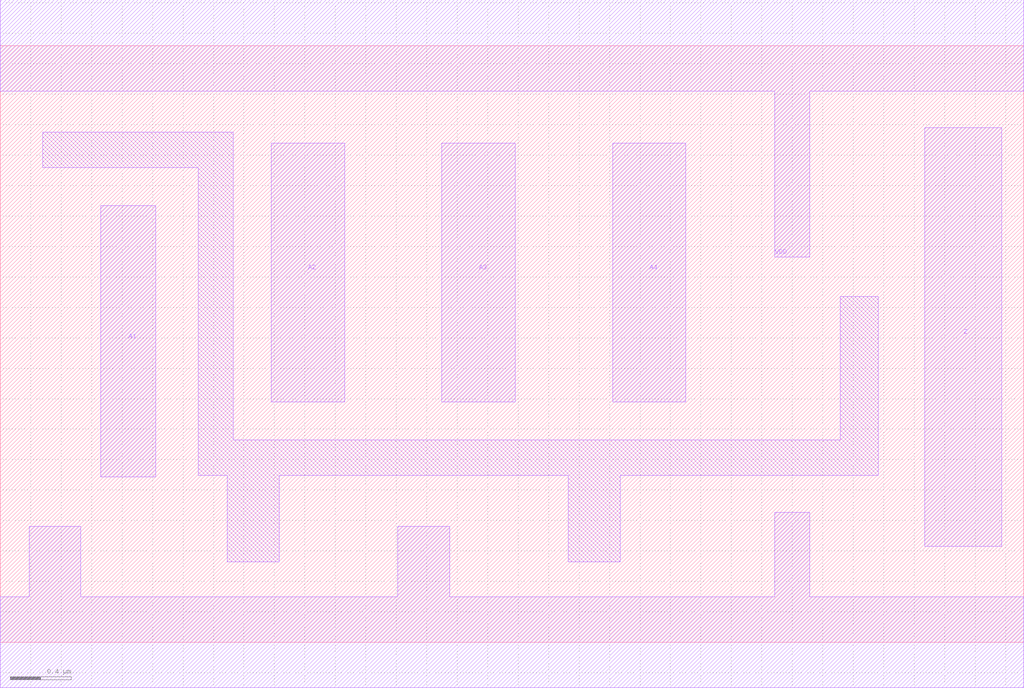
<source format=lef>
# Copyright 2022 GlobalFoundries PDK Authors
#
# Licensed under the Apache License, Version 2.0 (the "License");
# you may not use this file except in compliance with the License.
# You may obtain a copy of the License at
#
#      http://www.apache.org/licenses/LICENSE-2.0
#
# Unless required by applicable law or agreed to in writing, software
# distributed under the License is distributed on an "AS IS" BASIS,
# WITHOUT WARRANTIES OR CONDITIONS OF ANY KIND, either express or implied.
# See the License for the specific language governing permissions and
# limitations under the License.

MACRO gf180mcu_fd_sc_mcu7t5v0__or4_1
  CLASS core ;
  FOREIGN gf180mcu_fd_sc_mcu7t5v0__or4_1 0.0 0.0 ;
  ORIGIN 0 0 ;
  SYMMETRY X Y ;
  SITE GF018hv5v_mcu_sc7 ;
  SIZE 6.72 BY 3.92 ;
  PIN A1
    DIRECTION INPUT ;
    ANTENNAGATEAREA 0.496 ;
    PORT
      LAYER Metal1 ;
        POLYGON 0.66 1.085 1.02 1.085 1.02 2.87 0.66 2.87  ;
    END
  END A1
  PIN A2
    DIRECTION INPUT ;
    ANTENNAGATEAREA 0.496 ;
    PORT
      LAYER Metal1 ;
        POLYGON 1.78 1.58 2.26 1.58 2.26 3.28 1.78 3.28  ;
    END
  END A2
  PIN A3
    DIRECTION INPUT ;
    ANTENNAGATEAREA 0.496 ;
    PORT
      LAYER Metal1 ;
        POLYGON 2.9 1.58 3.38 1.58 3.38 3.28 2.9 3.28  ;
    END
  END A3
  PIN A4
    DIRECTION INPUT ;
    ANTENNAGATEAREA 0.496 ;
    PORT
      LAYER Metal1 ;
        POLYGON 4.02 1.58 4.5 1.58 4.5 3.28 4.02 3.28  ;
    END
  END A4
  PIN Z
    DIRECTION OUTPUT ;
    ANTENNADIFFAREA 0.8976 ;
    PORT
      LAYER Metal1 ;
        POLYGON 6.07 0.63 6.575 0.63 6.575 3.38 6.07 3.38  ;
    END
  END Z
  PIN VDD
    DIRECTION INOUT ;
    USE power ;
    SHAPE ABUTMENT ;
    PORT
      LAYER Metal1 ;
        POLYGON 0 3.62 5.085 3.62 5.085 2.53 5.315 2.53 5.315 3.62 5.765 3.62 6.72 3.62 6.72 4.22 5.765 4.22 0 4.22  ;
    END
  END VDD
  PIN VSS
    DIRECTION INOUT ;
    USE ground ;
    SHAPE ABUTMENT ;
    PORT
      LAYER Metal1 ;
        POLYGON 0 -0.3 6.72 -0.3 6.72 0.3 5.315 0.3 5.315 0.855 5.085 0.855 5.085 0.3 2.95 0.3 2.95 0.76 2.61 0.76 2.61 0.3 0.53 0.3 0.53 0.76 0.19 0.76 0.19 0.3 0 0.3  ;
    END
  END VSS
  OBS
      LAYER Metal1 ;
        POLYGON 0.28 3.12 1.3 3.12 1.3 1.095 1.49 1.095 1.49 0.53 1.83 0.53 1.83 1.095 3.73 1.095 3.73 0.53 4.07 0.53 4.07 1.095 5.765 1.095 5.765 2.27 5.515 2.27 5.515 1.33 1.53 1.33 1.53 3.35 0.28 3.35  ;
  END
END gf180mcu_fd_sc_mcu7t5v0__or4_1

</source>
